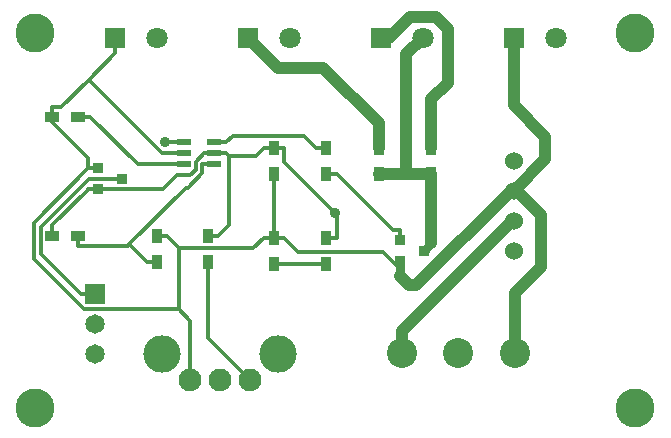
<source format=gtl>
G04 #@! TF.FileFunction,Copper,L1,Top,Signal*
%FSLAX46Y46*%
G04 Gerber Fmt 4.6, Leading zero omitted, Abs format (unit mm)*
G04 Created by KiCad (PCBNEW 4.0.7-e2-6376~58~ubuntu16.04.1) date Wed Sep  5 13:54:12 2018*
%MOMM*%
%LPD*%
G01*
G04 APERTURE LIST*
%ADD10C,0.150000*%
%ADD11C,3.302000*%
%ADD12C,1.930400*%
%ADD13C,3.175000*%
%ADD14R,0.914400X0.914400*%
%ADD15C,2.540000*%
%ADD16R,1.220000X0.620000*%
%ADD17C,1.524000*%
%ADD18R,1.200000X0.900000*%
%ADD19R,0.900000X1.200000*%
%ADD20R,1.651000X1.651000*%
%ADD21C,1.651000*%
%ADD22R,1.800000X1.800000*%
%ADD23C,1.800000*%
%ADD24C,0.889000*%
%ADD25C,1.016000*%
%ADD26C,0.304800*%
%ADD27C,0.762000*%
G04 APERTURE END LIST*
D10*
D11*
X28575000Y-60325000D03*
D12*
X41696640Y-57912000D03*
X44196000Y-57912000D03*
X46695360Y-57912000D03*
D13*
X39293800Y-55712360D03*
X49098200Y-55712360D03*
D14*
X59436000Y-47879000D03*
X59436000Y-46101000D03*
X61468000Y-46990000D03*
D15*
X59639200Y-55626000D03*
X64389000Y-55626000D03*
X69138800Y-55626000D03*
D16*
X43728000Y-37785000D03*
X43728000Y-38735000D03*
X43728000Y-39685000D03*
X41108000Y-39685000D03*
X41108000Y-38735000D03*
X41108000Y-37785000D03*
D11*
X79375000Y-28575000D03*
X28575000Y-28575000D03*
D17*
X69088000Y-46990000D03*
X69088000Y-44450000D03*
X69088000Y-41910000D03*
X69088000Y-39370000D03*
D18*
X32215000Y-35687000D03*
X30015000Y-35687000D03*
X30015000Y-45720000D03*
X32215000Y-45720000D03*
D19*
X38862000Y-47963000D03*
X38862000Y-45763000D03*
X43180000Y-45763000D03*
X43180000Y-47963000D03*
X48768000Y-38270000D03*
X48768000Y-40470000D03*
X48768000Y-48090000D03*
X48768000Y-45890000D03*
X53213000Y-40470000D03*
X53213000Y-38270000D03*
X57658000Y-38270000D03*
X57658000Y-40470000D03*
X53213000Y-45890000D03*
X53213000Y-48090000D03*
X62103000Y-40470000D03*
X62103000Y-38270000D03*
D11*
X79375000Y-60325000D03*
D14*
X33909000Y-41783000D03*
X33909000Y-40005000D03*
X35941000Y-40894000D03*
D20*
X33655000Y-50673000D03*
D21*
X33655000Y-53213000D03*
X33655000Y-55753000D03*
D22*
X35333940Y-28956000D03*
D23*
X38834060Y-28956000D03*
D22*
X46594640Y-28956000D03*
D23*
X50094760Y-28956000D03*
D22*
X57855240Y-28956000D03*
D23*
X61355360Y-28956000D03*
D22*
X69115940Y-28956000D03*
D23*
X72616060Y-28956000D03*
D24*
X53975500Y-43805900D03*
X39516400Y-37770700D03*
D25*
X69138800Y-50622200D02*
X69138800Y-55626000D01*
X71374000Y-48387000D02*
X69138800Y-50622200D01*
X71374000Y-43942000D02*
X71374000Y-48387000D01*
X69342000Y-41910000D02*
X71374000Y-43942000D01*
X69088000Y-41910000D02*
X69342000Y-41910000D01*
X71755000Y-39243000D02*
X69088000Y-41910000D01*
X71755000Y-37338000D02*
X71755000Y-39243000D01*
X69115900Y-34698900D02*
X71755000Y-37338000D01*
X69115900Y-28956000D02*
X69115900Y-34698900D01*
X68834000Y-41910000D02*
X69088000Y-41910000D01*
X60833000Y-49911000D02*
X68834000Y-41910000D01*
X60198000Y-49911000D02*
X60833000Y-49911000D01*
X59436000Y-49149000D02*
X60198000Y-49911000D01*
D26*
X30015000Y-36115300D02*
X30015000Y-35687000D01*
X35333900Y-28956000D02*
X35333900Y-30262700D01*
X30015000Y-35687000D02*
X30015000Y-34830300D01*
X30766300Y-34830300D02*
X33066300Y-32530300D01*
X30015000Y-34830300D02*
X30766300Y-34830300D01*
X33066300Y-32530300D02*
X35333900Y-30262700D01*
X39271000Y-38735000D02*
X41108000Y-38735000D01*
X33066300Y-32530300D02*
X39271000Y-38735000D01*
X33909000Y-40005000D02*
X33045100Y-40005000D01*
X33045100Y-39145400D02*
X30015000Y-36115300D01*
X33045100Y-40005000D02*
X33045100Y-39145400D01*
X48768000Y-45890000D02*
X47911300Y-45890000D01*
X38862000Y-45763000D02*
X39718700Y-45763000D01*
X48768000Y-40470000D02*
X48768000Y-41476700D01*
X41696600Y-52914100D02*
X40725500Y-51943000D01*
X41696600Y-57912000D02*
X41696600Y-52914100D01*
X40727800Y-51940700D02*
X40725500Y-51943000D01*
X40727800Y-46772100D02*
X40727800Y-51940700D01*
X47029200Y-46772100D02*
X40727800Y-46772100D01*
X47911300Y-45890000D02*
X47029200Y-46772100D01*
X40727800Y-46772100D02*
X39718700Y-45763000D01*
X48768000Y-41476700D02*
X48768000Y-45890000D01*
D27*
X59436000Y-47879000D02*
X59436000Y-48514000D01*
X59436000Y-48514000D02*
X59436000Y-49149000D01*
D26*
X50817900Y-47083200D02*
X49624700Y-45890000D01*
X58005200Y-47083200D02*
X50817900Y-47083200D01*
X59436000Y-48514000D02*
X58005200Y-47083200D01*
X48768000Y-45890000D02*
X49624700Y-45890000D01*
X32669700Y-51943000D02*
X40725500Y-51943000D01*
X28409100Y-47682400D02*
X32669700Y-51943000D01*
X28409100Y-44641000D02*
X28409100Y-47682400D01*
X33045100Y-40005000D02*
X28409100Y-44641000D01*
D27*
X61468000Y-46990000D02*
X62103000Y-46355000D01*
D25*
X62103000Y-46355000D02*
X62103000Y-40470000D01*
X59944000Y-30367400D02*
X61355400Y-28956000D01*
X59944000Y-40470000D02*
X59944000Y-30367400D01*
X57658000Y-40470000D02*
X59944000Y-40470000D01*
X59944000Y-40470000D02*
X62103000Y-40470000D01*
D26*
X53213000Y-48090000D02*
X48768000Y-48090000D01*
X58836800Y-45237100D02*
X59436000Y-45237100D01*
X54069700Y-40470000D02*
X58836800Y-45237100D01*
X53213000Y-40470000D02*
X54069700Y-40470000D01*
X59436000Y-46101000D02*
X59436000Y-45237100D01*
X43180000Y-54396600D02*
X46695400Y-57912000D01*
X43180000Y-47963000D02*
X43180000Y-54396600D01*
X32215000Y-45720000D02*
X32215000Y-46576700D01*
X43728000Y-39685000D02*
X42711300Y-39685000D01*
X38862000Y-47963000D02*
X38005300Y-47963000D01*
X38005300Y-47963000D02*
X36502200Y-46459900D01*
X36385400Y-46576700D02*
X36502200Y-46459900D01*
X32215000Y-46576700D02*
X36385400Y-46576700D01*
X42711300Y-40401700D02*
X42711300Y-39685000D01*
X41459700Y-41653300D02*
X42711300Y-40401700D01*
X41308800Y-41653300D02*
X41459700Y-41653300D01*
X36502200Y-46459900D02*
X41308800Y-41653300D01*
X45266500Y-37263200D02*
X44744700Y-37785000D01*
X51349500Y-37263200D02*
X45266500Y-37263200D01*
X52356300Y-38270000D02*
X51349500Y-37263200D01*
X53213000Y-38270000D02*
X52356300Y-38270000D01*
X43728000Y-37785000D02*
X44744700Y-37785000D01*
X37219700Y-39685000D02*
X41108000Y-39685000D01*
X33221700Y-35687000D02*
X37219700Y-39685000D01*
X32215000Y-35687000D02*
X33221700Y-35687000D01*
X69088000Y-39370000D02*
X68961000Y-39370000D01*
X33045100Y-41833200D02*
X33045100Y-41783000D01*
X30015000Y-44863300D02*
X33045100Y-41833200D01*
X30015000Y-45720000D02*
X30015000Y-44863300D01*
X43728000Y-38735000D02*
X44744700Y-38735000D01*
X33477100Y-41783000D02*
X33045100Y-41783000D01*
X33477100Y-41783000D02*
X33909000Y-41783000D01*
X43728000Y-38735000D02*
X42988700Y-38735000D01*
X39358500Y-41783000D02*
X33909000Y-41783000D01*
X40539100Y-40602400D02*
X39358500Y-41783000D01*
X41695100Y-40602400D02*
X40539100Y-40602400D01*
X42152200Y-40145300D02*
X41695100Y-40602400D01*
X42152200Y-39453200D02*
X42152200Y-40145300D01*
X42870400Y-38735000D02*
X42152200Y-39453200D01*
X42988700Y-38735000D02*
X42870400Y-38735000D01*
X43180000Y-45763000D02*
X44036700Y-45763000D01*
X47228500Y-38952800D02*
X47911300Y-38270000D01*
X44962500Y-38952800D02*
X47228500Y-38952800D01*
X44962500Y-44837200D02*
X44962500Y-38952800D01*
X44036700Y-45763000D02*
X44962500Y-44837200D01*
X44962500Y-38952800D02*
X44744700Y-38735000D01*
X53213000Y-45890000D02*
X54069700Y-45890000D01*
X48339700Y-38270000D02*
X47911300Y-38270000D01*
X48339700Y-38270000D02*
X48768000Y-38270000D01*
X48768000Y-38270000D02*
X49624700Y-38270000D01*
X54069700Y-43900100D02*
X53975500Y-43805900D01*
X54069700Y-45890000D02*
X54069700Y-43900100D01*
X49624700Y-39455100D02*
X53975500Y-43805900D01*
X49624700Y-38270000D02*
X49624700Y-39455100D01*
D25*
X62103000Y-34163000D02*
X62103000Y-38270000D01*
X63500000Y-32766000D02*
X62103000Y-34163000D01*
X63500000Y-28194000D02*
X63500000Y-32766000D01*
X62484000Y-27178000D02*
X63500000Y-28194000D01*
X60325000Y-27178000D02*
X62484000Y-27178000D01*
X58547000Y-28956000D02*
X60325000Y-27178000D01*
X57855200Y-28956000D02*
X58547000Y-28956000D01*
X59639200Y-53771800D02*
X59639200Y-55626000D01*
X68961000Y-44450000D02*
X59639200Y-53771800D01*
X69088000Y-44450000D02*
X68961000Y-44450000D01*
X49134600Y-31496000D02*
X46594600Y-28956000D01*
X52959000Y-31496000D02*
X49134600Y-31496000D01*
X57658000Y-36195000D02*
X52959000Y-31496000D01*
X57658000Y-38270000D02*
X57658000Y-36195000D01*
D26*
X33143300Y-40894000D02*
X35941000Y-40894000D01*
X29008200Y-45029100D02*
X33143300Y-40894000D01*
X29008200Y-47258400D02*
X29008200Y-45029100D01*
X32422800Y-50673000D02*
X29008200Y-47258400D01*
X33655000Y-50673000D02*
X32422800Y-50673000D01*
X40077000Y-37770700D02*
X40091300Y-37785000D01*
X39516400Y-37770700D02*
X40077000Y-37770700D01*
X41108000Y-37785000D02*
X40091300Y-37785000D01*
M02*

</source>
